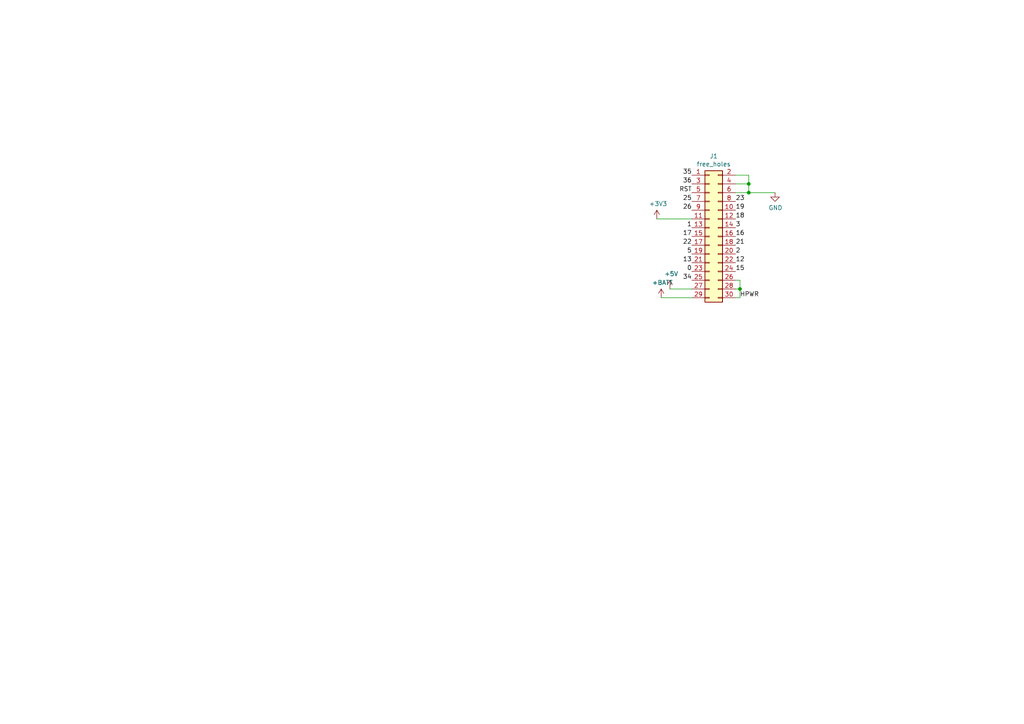
<source format=kicad_sch>
(kicad_sch (version 20230121) (generator eeschema)
  (paper "A4")
  (lib_symbols
    (symbol "CavityDentureForM5Stack-rescue:+3.3V-power" (power) (pin_names (offset 0))
      (property "Value" "+3.3V-power" (at 0 3.556 0))
      (symbol "+3.3V-power_0_1"
        (polyline (pts (xy -0.762 1.27) (xy 0 2.54)))
        (polyline (pts (xy 0 0) (xy 0 2.54)))
        (polyline (pts (xy 0 2.54) (xy 0.762 1.27)))
      )
      (symbol "+3.3V-power_1_1"
        (pin power_in line (at 0 0 90) (length 0) hide (name "+3V3") (number "1"))
      )
    )
    (symbol "Connector_Generic:Conn_02x15_Odd_Even" (pin_names (offset 1.016) hide)
      (property "Reference" "J" (at 1.27 20.32 0))
      (property "Value" "Conn_02x15_Odd_Even" (at 1.27 -20.32 0))
      (symbol "Conn_02x15_Odd_Even_1_1"
        (rectangle (start -1.27 -17.653) (end 0 -17.907) (stroke (width 0.1524)))
        (rectangle (start -1.27 -15.113) (end 0 -15.367) (stroke (width 0.1524)))
        (rectangle (start -1.27 -12.573) (end 0 -12.827) (stroke (width 0.1524)))
        (rectangle (start -1.27 -10.033) (end 0 -10.287) (stroke (width 0.1524)))
        (rectangle (start -1.27 -7.493) (end 0 -7.747) (stroke (width 0.1524)))
        (rectangle (start -1.27 -4.953) (end 0 -5.207) (stroke (width 0.1524)))
        (rectangle (start -1.27 -2.413) (end 0 -2.667) (stroke (width 0.1524)))
        (rectangle (start -1.27 0.127) (end 0 -0.127) (stroke (width 0.1524)))
        (rectangle (start -1.27 2.667) (end 0 2.413) (stroke (width 0.1524)))
        (rectangle (start -1.27 5.207) (end 0 4.953) (stroke (width 0.1524)))
        (rectangle (start -1.27 7.747) (end 0 7.493) (stroke (width 0.1524)))
        (rectangle (start -1.27 10.287) (end 0 10.033) (stroke (width 0.1524)))
        (rectangle (start -1.27 12.827) (end 0 12.573) (stroke (width 0.1524)))
        (rectangle (start -1.27 15.367) (end 0 15.113) (stroke (width 0.1524)))
        (rectangle (start -1.27 17.907) (end 0 17.653) (stroke (width 0.1524)))
        (rectangle (start -1.27 19.05) (end 3.81 -19.05) (stroke (width 0.254)) (fill (type background)))
        (rectangle (start 3.81 -17.653) (end 2.54 -17.907) (stroke (width 0.1524)))
        (rectangle (start 3.81 -15.113) (end 2.54 -15.367) (stroke (width 0.1524)))
        (rectangle (start 3.81 -12.573) (end 2.54 -12.827) (stroke (width 0.1524)))
        (rectangle (start 3.81 -10.033) (end 2.54 -10.287) (stroke (width 0.1524)))
        (rectangle (start 3.81 -7.493) (end 2.54 -7.747) (stroke (width 0.1524)))
        (rectangle (start 3.81 -4.953) (end 2.54 -5.207) (stroke (width 0.1524)))
        (rectangle (start 3.81 -2.413) (end 2.54 -2.667) (stroke (width 0.1524)))
        (rectangle (start 3.81 0.127) (end 2.54 -0.127) (stroke (width 0.1524)))
        (rectangle (start 3.81 2.667) (end 2.54 2.413) (stroke (width 0.1524)))
        (rectangle (start 3.81 5.207) (end 2.54 4.953) (stroke (width 0.1524)))
        (rectangle (start 3.81 7.747) (end 2.54 7.493) (stroke (width 0.1524)))
        (rectangle (start 3.81 10.287) (end 2.54 10.033) (stroke (width 0.1524)))
        (rectangle (start 3.81 12.827) (end 2.54 12.573) (stroke (width 0.1524)))
        (rectangle (start 3.81 15.367) (end 2.54 15.113) (stroke (width 0.1524)))
        (rectangle (start 3.81 17.907) (end 2.54 17.653) (stroke (width 0.1524)))
        (pin passive line (at -5.08 17.78 0) (length 3.81) (name "Pin_1") (number "1"))
        (pin passive line (at 7.62 7.62 180) (length 3.81) (name "Pin_10") (number "10"))
        (pin passive line (at -5.08 5.08 0) (length 3.81) (name "Pin_11") (number "11"))
        (pin passive line (at 7.62 5.08 180) (length 3.81) (name "Pin_12") (number "12"))
        (pin passive line (at -5.08 2.54 0) (length 3.81) (name "Pin_13") (number "13"))
        (pin passive line (at 7.62 2.54 180) (length 3.81) (name "Pin_14") (number "14"))
        (pin passive line (at -5.08 0 0) (length 3.81) (name "Pin_15") (number "15"))
        (pin passive line (at 7.62 0 180) (length 3.81) (name "Pin_16") (number "16"))
        (pin passive line (at -5.08 -2.54 0) (length 3.81) (name "Pin_17") (number "17"))
        (pin passive line (at 7.62 -2.54 180) (length 3.81) (name "Pin_18") (number "18"))
        (pin passive line (at -5.08 -5.08 0) (length 3.81) (name "Pin_19") (number "19"))
        (pin passive line (at 7.62 17.78 180) (length 3.81) (name "Pin_2") (number "2"))
        (pin passive line (at 7.62 -5.08 180) (length 3.81) (name "Pin_20") (number "20"))
        (pin passive line (at -5.08 -7.62 0) (length 3.81) (name "Pin_21") (number "21"))
        (pin passive line (at 7.62 -7.62 180) (length 3.81) (name "Pin_22") (number "22"))
        (pin passive line (at -5.08 -10.16 0) (length 3.81) (name "Pin_23") (number "23"))
        (pin passive line (at 7.62 -10.16 180) (length 3.81) (name "Pin_24") (number "24"))
        (pin passive line (at -5.08 -12.7 0) (length 3.81) (name "Pin_25") (number "25"))
        (pin passive line (at 7.62 -12.7 180) (length 3.81) (name "Pin_26") (number "26"))
        (pin passive line (at -5.08 -15.24 0) (length 3.81) (name "Pin_27") (number "27"))
        (pin passive line (at 7.62 -15.24 180) (length 3.81) (name "Pin_28") (number "28"))
        (pin passive line (at -5.08 -17.78 0) (length 3.81) (name "Pin_29") (number "29"))
        (pin passive line (at -5.08 15.24 0) (length 3.81) (name "Pin_3") (number "3"))
        (pin passive line (at 7.62 -17.78 180) (length 3.81) (name "Pin_30") (number "30"))
        (pin passive line (at 7.62 15.24 180) (length 3.81) (name "Pin_4") (number "4"))
        (pin passive line (at -5.08 12.7 0) (length 3.81) (name "Pin_5") (number "5"))
        (pin passive line (at 7.62 12.7 180) (length 3.81) (name "Pin_6") (number "6"))
        (pin passive line (at -5.08 10.16 0) (length 3.81) (name "Pin_7") (number "7"))
        (pin passive line (at 7.62 10.16 180) (length 3.81) (name "Pin_8") (number "8"))
        (pin passive line (at -5.08 7.62 0) (length 3.81) (name "Pin_9") (number "9"))
      )
    )
    (symbol "power:+5V" (power) (pin_names (offset 0))
      (property "Value" "+5V" (at 0 3.556 0))
      (symbol "+5V_0_1"
        (polyline (pts (xy -0.762 1.27) (xy 0 2.54)))
        (polyline (pts (xy 0 0) (xy 0 2.54)))
        (polyline (pts (xy 0 2.54) (xy 0.762 1.27)))
      )
      (symbol "+5V_1_1"
        (pin power_in line (at 0 0 90) (length 0) hide (name "+5V") (number "1"))
      )
    )
    (symbol "power:+BATT" (power) (pin_names (offset 0))
      (property "Value" "+BATT" (at 0 3.556 0))
      (symbol "+BATT_0_1"
        (polyline (pts (xy -0.762 1.27) (xy 0 2.54)))
        (polyline (pts (xy 0 0) (xy 0 2.54)))
        (polyline (pts (xy 0 2.54) (xy 0.762 1.27)))
      )
      (symbol "+BATT_1_1"
        (pin power_in line (at 0 0 90) (length 0) hide (name "+BATT") (number "1"))
      )
    )
    (symbol "power:GND" (power) (pin_names (offset 0))
      (property "Value" "GND" (at 0 -3.81 0))
      (symbol "GND_0_1"
        (polyline (pts (xy 0 0) (xy 0 -1.27) (xy 1.27 -1.27) (xy 0 -2.54) (xy -1.27 -1.27) (xy 0 -1.27)))
      )
      (symbol "GND_1_1"
        (pin power_in line (at 0 0 270) (length 0) hide (name "GND") (number "1"))
      )
    )
  )
  (junction (at 217.17 55.88))
  (junction (at 214.63 83.82))
  (junction (at 217.17 53.34))
  (wire (pts (xy 214.63 81.28) (xy 213.36 81.28)))
  (wire (pts (xy 191.77 86.36) (xy 200.66 86.36)))
  (wire (pts (xy 213.36 86.36) (xy 214.63 86.36)))
  (wire (pts (xy 214.63 86.36) (xy 214.63 83.82)))
  (wire (pts (xy 213.36 83.82) (xy 214.63 83.82)))
  (wire (pts (xy 213.36 55.88) (xy 217.17 55.88)))
  (wire (pts (xy 217.17 55.88) (xy 224.79 55.88)))
  (wire (pts (xy 214.63 83.82) (xy 214.63 81.28)))
  (wire (pts (xy 213.36 50.8) (xy 217.17 50.8)))
  (wire (pts (xy 213.36 53.34) (xy 217.17 53.34)))
  (wire (pts (xy 200.66 83.82) (xy 194.31 83.82)))
  (wire (pts (xy 200.66 63.5) (xy 190.5 63.5)))
  (wire (pts (xy 217.17 50.8) (xy 217.17 53.34)))
  (wire (pts (xy 217.17 53.34) (xy 217.17 55.88)))
  (label "21" (at 213.36 71.12 0))
  (label "RST" (at 200.66 55.88 180))
  (label "18" (at 213.36 63.5 0))
  (label "34" (at 200.66 81.28 180))
  (label "HPWR" (at 214.63 86.36 0))
  (label "1" (at 200.66 66.04 180))
  (label "2" (at 213.36 73.66 0))
  (label "0" (at 200.66 78.74 180))
  (label "22" (at 200.66 71.12 180))
  (label "12" (at 213.36 76.2 0))
  (label "13" (at 200.66 76.2 180))
  (label "23" (at 213.36 58.42 0))
  (label "3" (at 213.36 66.04 0))
  (label "16" (at 213.36 68.58 0))
  (label "15" (at 213.36 78.74 0))
  (label "35" (at 200.66 50.8 180))
  (label "25" (at 200.66 58.42 180))
  (label "17" (at 200.66 68.58 180))
  (label "26" (at 200.66 60.96 180))
  (label "5" (at 200.66 73.66 180))
  (label "36" (at 200.66 53.34 180))
  (label "19" (at 213.36 60.96 0))
  (symbol (lib_id "power:+5V") (at 194.31 83.82 0) (unit 1)
    (property "Reference" "#PWR0105" (effects hide))
    (property "Value" "+5V" (at 194.691 79.4258 0))
  )
  (symbol (lib_id "power:+BATT") (at 191.77 86.36 0) (unit 1)
    (property "Reference" "#PWR0106" (effects hide))
    (property "Value" "+BATT" (at 192.151 81.9658 0))
  )
  (symbol (lib_id "power:GND") (at 224.79 55.88 0) (unit 1)
    (property "Reference" "#PWR0109" (effects hide))
    (property "Value" "GND" (at 224.917 60.2742 0))
  )
  (symbol (lib_id "CavityDentureForM5Stack-rescue:+3.3V-power") (at 190.5 63.5 0) (unit 1)
    (property "Reference" "#PWR0113" (effects hide))
    (property "Value" "+3.3V" (at 190.881 59.1058 0))
  )
  (symbol (lib_id "Connector_Generic:Conn_02x15_Odd_Even") (at 205.74 68.58 0) (unit 1)
    (property "Reference" "J1" (at 207.01 45.2882 0))
    (property "Value" "free_holes" (at 207.01 47.5996 0))
    (property "Footprint" "footprints:Pads_1x30_P1.27mm_Vertical" (effects hide))
  )
)
</source>
